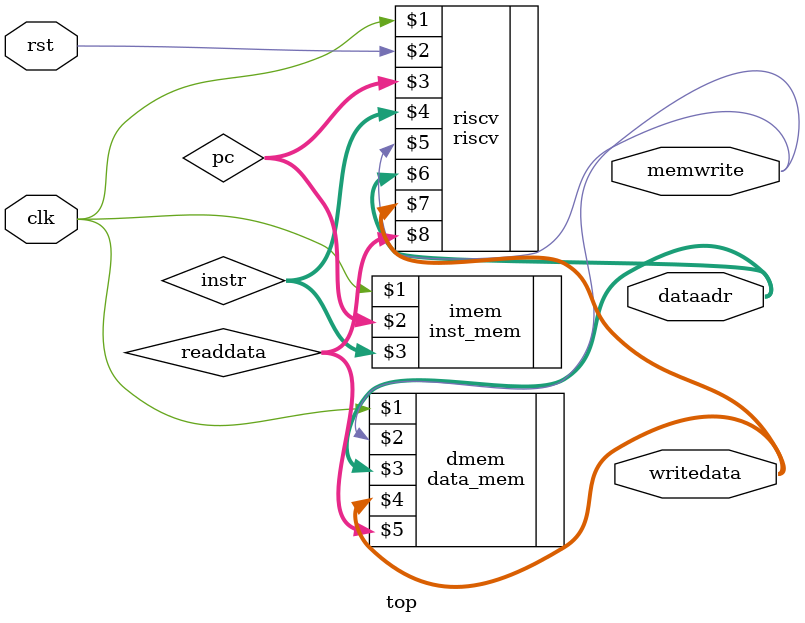
<source format=v>
`timescale 1ns / 1ps


module top(
	input wire clk,rst,
	output wire[31:0] writedata,dataadr,
	output wire memwrite
    );
	// wire clk;
	wire[31:0] pc,instr,readdata;

	//   clk_div instance_name(
 //    	// Clock out ports
	//     .clk_out1(hclk),     // output clk_out1
	//    // Clock in ports
	//     .clk_in1(clk)
 //    	); 
   	

	riscv riscv(clk,rst,pc,instr,memwrite,dataadr,writedata,readdata);
	inst_mem imem(clk,pc,instr);
	data_mem dmem(clk,memwrite,dataadr,writedata,readdata);
endmodule

</source>
